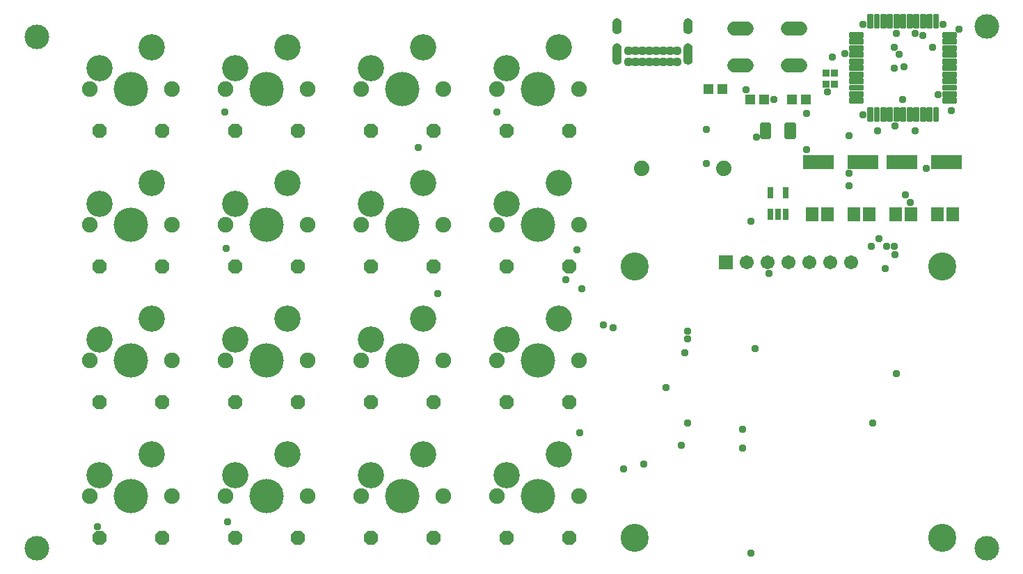
<source format=gbr>
G04 EAGLE Gerber RS-274X export*
G75*
%MOMM*%
%FSLAX34Y34*%
%LPD*%
%INSoldermask Top*%
%IPPOS*%
%AMOC8*
5,1,8,0,0,1.08239X$1,22.5*%
G01*
%ADD10C,3.003200*%
%ADD11R,1.303200X1.203200*%
%ADD12R,3.703200X1.803200*%
%ADD13R,1.711200X1.711200*%
%ADD14C,1.711200*%
%ADD15C,3.419200*%
%ADD16R,0.753200X1.403200*%
%ADD17C,1.111200*%
%ADD18R,1.503200X1.703200*%
%ADD19C,0.505150*%
%ADD20C,3.203200*%
%ADD21C,1.727200*%
%ADD22C,1.879600*%
%ADD23C,0.338938*%
%ADD24R,0.903200X0.953200*%
%ADD25P,2.655319X8X22.500000*%
%ADD26P,1.852186X8X22.500000*%
%ADD27C,4.191000*%
%ADD28C,1.903200*%
%ADD29C,0.959600*%

G36*
X732528Y613657D02*
X732528Y613657D01*
X732533Y613662D01*
X732537Y613659D01*
X733569Y613972D01*
X733573Y613977D01*
X733578Y613975D01*
X734529Y614483D01*
X734532Y614490D01*
X734537Y614489D01*
X735370Y615173D01*
X735372Y615180D01*
X735377Y615180D01*
X736061Y616013D01*
X736061Y616020D01*
X736067Y616021D01*
X736575Y616972D01*
X736574Y616979D01*
X736578Y616981D01*
X736804Y617724D01*
X736819Y617773D01*
X736891Y618013D01*
X736890Y618017D01*
X736892Y618019D01*
X736891Y618021D01*
X736893Y618022D01*
X736999Y619095D01*
X736997Y619098D01*
X736999Y619100D01*
X736999Y634100D01*
X736997Y634103D01*
X736999Y634105D01*
X736893Y635178D01*
X736888Y635183D01*
X736891Y635187D01*
X736578Y636219D01*
X736573Y636223D01*
X736575Y636228D01*
X736067Y637179D01*
X736060Y637182D01*
X736061Y637187D01*
X735377Y638020D01*
X735370Y638022D01*
X735370Y638027D01*
X734537Y638711D01*
X734530Y638711D01*
X734529Y638717D01*
X733578Y639225D01*
X733571Y639224D01*
X733569Y639228D01*
X732537Y639541D01*
X732531Y639539D01*
X732528Y639543D01*
X731455Y639649D01*
X731449Y639645D01*
X731445Y639649D01*
X730372Y639543D01*
X730367Y639538D01*
X730363Y639541D01*
X729331Y639228D01*
X729327Y639223D01*
X729322Y639225D01*
X728371Y638717D01*
X728368Y638710D01*
X728363Y638711D01*
X727530Y638027D01*
X727528Y638020D01*
X727523Y638020D01*
X726839Y637187D01*
X726839Y637180D01*
X726833Y637179D01*
X726325Y636228D01*
X726326Y636222D01*
X726322Y636219D01*
X726142Y635628D01*
X726127Y635579D01*
X726009Y635187D01*
X726009Y635186D01*
X726008Y635185D01*
X726011Y635181D01*
X726007Y635178D01*
X725901Y634105D01*
X725903Y634102D01*
X725901Y634100D01*
X725901Y619100D01*
X725903Y619097D01*
X725901Y619095D01*
X726007Y618022D01*
X726012Y618017D01*
X726009Y618013D01*
X726322Y616981D01*
X726327Y616977D01*
X726325Y616972D01*
X726833Y616021D01*
X726840Y616018D01*
X726839Y616013D01*
X727523Y615180D01*
X727530Y615178D01*
X727530Y615173D01*
X728363Y614489D01*
X728370Y614489D01*
X728371Y614483D01*
X729322Y613975D01*
X729329Y613976D01*
X729331Y613972D01*
X730363Y613659D01*
X730370Y613661D01*
X730372Y613657D01*
X731445Y613551D01*
X731451Y613555D01*
X731455Y613551D01*
X732528Y613657D01*
G37*
G36*
X819028Y613657D02*
X819028Y613657D01*
X819033Y613662D01*
X819037Y613659D01*
X820069Y613972D01*
X820073Y613977D01*
X820078Y613975D01*
X821029Y614483D01*
X821032Y614490D01*
X821037Y614489D01*
X821870Y615173D01*
X821872Y615180D01*
X821877Y615180D01*
X822561Y616013D01*
X822561Y616020D01*
X822567Y616021D01*
X823075Y616972D01*
X823074Y616979D01*
X823078Y616981D01*
X823304Y617724D01*
X823319Y617773D01*
X823391Y618013D01*
X823390Y618017D01*
X823392Y618019D01*
X823391Y618021D01*
X823393Y618022D01*
X823499Y619095D01*
X823497Y619098D01*
X823499Y619100D01*
X823499Y634100D01*
X823497Y634103D01*
X823499Y634105D01*
X823393Y635178D01*
X823388Y635183D01*
X823391Y635187D01*
X823078Y636219D01*
X823073Y636223D01*
X823075Y636228D01*
X822567Y637179D01*
X822560Y637182D01*
X822561Y637187D01*
X821877Y638020D01*
X821870Y638022D01*
X821870Y638027D01*
X821037Y638711D01*
X821030Y638711D01*
X821029Y638717D01*
X820078Y639225D01*
X820071Y639224D01*
X820069Y639228D01*
X819037Y639541D01*
X819031Y639539D01*
X819028Y639543D01*
X817955Y639649D01*
X817949Y639645D01*
X817945Y639649D01*
X816872Y639543D01*
X816867Y639538D01*
X816863Y639541D01*
X815831Y639228D01*
X815827Y639223D01*
X815822Y639225D01*
X814871Y638717D01*
X814868Y638710D01*
X814863Y638711D01*
X814030Y638027D01*
X814028Y638020D01*
X814023Y638020D01*
X813339Y637187D01*
X813339Y637180D01*
X813333Y637179D01*
X812825Y636228D01*
X812826Y636222D01*
X812822Y636219D01*
X812642Y635628D01*
X812627Y635579D01*
X812509Y635187D01*
X812509Y635186D01*
X812508Y635185D01*
X812511Y635181D01*
X812507Y635178D01*
X812401Y634105D01*
X812403Y634102D01*
X812401Y634100D01*
X812401Y619100D01*
X812403Y619097D01*
X812401Y619095D01*
X812507Y618022D01*
X812512Y618017D01*
X812509Y618013D01*
X812822Y616981D01*
X812827Y616977D01*
X812825Y616972D01*
X813333Y616021D01*
X813340Y616018D01*
X813339Y616013D01*
X814023Y615180D01*
X814030Y615178D01*
X814030Y615173D01*
X814863Y614489D01*
X814870Y614489D01*
X814871Y614483D01*
X815822Y613975D01*
X815829Y613976D01*
X815831Y613972D01*
X816863Y613659D01*
X816870Y613661D01*
X816872Y613657D01*
X817945Y613551D01*
X817951Y613555D01*
X817955Y613551D01*
X819028Y613657D01*
G37*
G36*
X732528Y650957D02*
X732528Y650957D01*
X732533Y650962D01*
X732537Y650959D01*
X733569Y651272D01*
X733573Y651277D01*
X733578Y651275D01*
X734529Y651783D01*
X734532Y651790D01*
X734537Y651789D01*
X735370Y652473D01*
X735372Y652480D01*
X735377Y652480D01*
X736061Y653313D01*
X736061Y653320D01*
X736067Y653321D01*
X736575Y654272D01*
X736574Y654279D01*
X736578Y654281D01*
X736804Y655024D01*
X736819Y655073D01*
X736891Y655313D01*
X736890Y655317D01*
X736892Y655319D01*
X736891Y655321D01*
X736893Y655322D01*
X736999Y656395D01*
X736997Y656398D01*
X736999Y656400D01*
X736999Y664400D01*
X736997Y664403D01*
X736999Y664405D01*
X736893Y665478D01*
X736888Y665483D01*
X736891Y665487D01*
X736578Y666519D01*
X736573Y666523D01*
X736575Y666528D01*
X736067Y667479D01*
X736060Y667482D01*
X736061Y667487D01*
X735377Y668320D01*
X735370Y668322D01*
X735370Y668327D01*
X734537Y669011D01*
X734530Y669011D01*
X734529Y669017D01*
X733578Y669525D01*
X733571Y669524D01*
X733569Y669528D01*
X732537Y669841D01*
X732531Y669839D01*
X732528Y669843D01*
X731455Y669949D01*
X731449Y669945D01*
X731445Y669949D01*
X730372Y669843D01*
X730367Y669838D01*
X730363Y669841D01*
X729331Y669528D01*
X729327Y669523D01*
X729322Y669525D01*
X728371Y669017D01*
X728368Y669010D01*
X728363Y669011D01*
X727530Y668327D01*
X727528Y668320D01*
X727523Y668320D01*
X726839Y667487D01*
X726839Y667480D01*
X726833Y667479D01*
X726325Y666528D01*
X726326Y666526D01*
X726325Y666526D01*
X726326Y666525D01*
X726326Y666521D01*
X726322Y666519D01*
X726114Y665836D01*
X726009Y665487D01*
X726011Y665481D01*
X726007Y665478D01*
X725901Y664405D01*
X725903Y664402D01*
X725901Y664400D01*
X725901Y656400D01*
X725903Y656397D01*
X725901Y656395D01*
X726007Y655322D01*
X726012Y655317D01*
X726009Y655313D01*
X726322Y654281D01*
X726327Y654277D01*
X726325Y654272D01*
X726833Y653321D01*
X726840Y653318D01*
X726839Y653313D01*
X727523Y652480D01*
X727530Y652478D01*
X727530Y652473D01*
X728363Y651789D01*
X728370Y651789D01*
X728371Y651783D01*
X729322Y651275D01*
X729329Y651276D01*
X729331Y651272D01*
X730363Y650959D01*
X730370Y650961D01*
X730372Y650957D01*
X731445Y650851D01*
X731451Y650855D01*
X731455Y650851D01*
X732528Y650957D01*
G37*
G36*
X819028Y650957D02*
X819028Y650957D01*
X819033Y650962D01*
X819037Y650959D01*
X820069Y651272D01*
X820073Y651277D01*
X820078Y651275D01*
X821029Y651783D01*
X821032Y651790D01*
X821037Y651789D01*
X821870Y652473D01*
X821872Y652480D01*
X821877Y652480D01*
X822561Y653313D01*
X822561Y653320D01*
X822567Y653321D01*
X823075Y654272D01*
X823074Y654279D01*
X823078Y654281D01*
X823304Y655024D01*
X823319Y655073D01*
X823391Y655313D01*
X823390Y655317D01*
X823392Y655319D01*
X823391Y655321D01*
X823393Y655322D01*
X823499Y656395D01*
X823497Y656398D01*
X823499Y656400D01*
X823499Y664400D01*
X823497Y664403D01*
X823499Y664405D01*
X823393Y665478D01*
X823388Y665483D01*
X823391Y665487D01*
X823078Y666519D01*
X823073Y666523D01*
X823075Y666528D01*
X822567Y667479D01*
X822560Y667482D01*
X822561Y667487D01*
X821877Y668320D01*
X821870Y668322D01*
X821870Y668327D01*
X821037Y669011D01*
X821030Y669011D01*
X821029Y669017D01*
X820078Y669525D01*
X820071Y669524D01*
X820069Y669528D01*
X819037Y669841D01*
X819031Y669839D01*
X819028Y669843D01*
X817955Y669949D01*
X817949Y669945D01*
X817945Y669949D01*
X816872Y669843D01*
X816867Y669838D01*
X816863Y669841D01*
X815831Y669528D01*
X815827Y669523D01*
X815822Y669525D01*
X814871Y669017D01*
X814868Y669010D01*
X814863Y669011D01*
X814030Y668327D01*
X814028Y668320D01*
X814023Y668320D01*
X813339Y667487D01*
X813339Y667480D01*
X813333Y667479D01*
X812825Y666528D01*
X812826Y666526D01*
X812825Y666526D01*
X812826Y666525D01*
X812826Y666521D01*
X812822Y666519D01*
X812614Y665836D01*
X812509Y665487D01*
X812511Y665481D01*
X812507Y665478D01*
X812401Y664405D01*
X812403Y664402D01*
X812401Y664400D01*
X812401Y656400D01*
X812403Y656397D01*
X812401Y656395D01*
X812507Y655322D01*
X812512Y655317D01*
X812509Y655313D01*
X812822Y654281D01*
X812827Y654277D01*
X812825Y654272D01*
X813333Y653321D01*
X813340Y653318D01*
X813339Y653313D01*
X814023Y652480D01*
X814030Y652478D01*
X814030Y652473D01*
X814863Y651789D01*
X814870Y651789D01*
X814871Y651783D01*
X815822Y651275D01*
X815829Y651276D01*
X815831Y651272D01*
X816863Y650959D01*
X816870Y650961D01*
X816872Y650957D01*
X817945Y650851D01*
X817951Y650855D01*
X817955Y650851D01*
X819028Y650957D01*
G37*
D10*
X25400Y647700D03*
X25400Y25400D03*
X1181100Y660400D03*
X1181100Y25400D03*
D11*
X893200Y571500D03*
X910200Y571500D03*
X842400Y584200D03*
X859400Y584200D03*
X944000Y571500D03*
X961000Y571500D03*
D12*
X1131900Y495300D03*
X1077900Y495300D03*
X976300Y495300D03*
X1030300Y495300D03*
D13*
X863600Y373200D03*
D14*
X889000Y373200D03*
X914400Y373200D03*
X939800Y373200D03*
X965200Y373200D03*
X990600Y373200D03*
X1016000Y373200D03*
D15*
X752800Y368200D03*
X1126800Y368200D03*
X752800Y38200D03*
X1126800Y38200D03*
D16*
X917600Y431499D03*
X927100Y431499D03*
X936600Y431499D03*
X936600Y457501D03*
X917600Y457501D03*
D17*
X804450Y616800D03*
X795950Y616800D03*
X787450Y616800D03*
X778950Y616800D03*
X770450Y616800D03*
X761950Y616800D03*
X753450Y616800D03*
X744950Y616800D03*
X744950Y630300D03*
X753450Y630300D03*
X761950Y630300D03*
X770450Y630300D03*
X778950Y630300D03*
X787450Y630300D03*
X795950Y630300D03*
X804450Y630300D03*
D18*
X1019200Y431800D03*
X1038200Y431800D03*
X968400Y431800D03*
X987400Y431800D03*
X1120800Y431800D03*
X1139800Y431800D03*
D19*
X916540Y525810D02*
X907560Y525810D01*
X907560Y540990D01*
X916540Y540990D01*
X916540Y525810D01*
X916540Y530609D02*
X907560Y530609D01*
X907560Y535408D02*
X916540Y535408D01*
X916540Y540207D02*
X907560Y540207D01*
X937660Y525810D02*
X946640Y525810D01*
X937660Y525810D02*
X937660Y540990D01*
X946640Y540990D01*
X946640Y525810D01*
X946640Y530609D02*
X937660Y530609D01*
X937660Y535408D02*
X946640Y535408D01*
X946640Y540207D02*
X937660Y540207D01*
D18*
X1070000Y431800D03*
X1089000Y431800D03*
D20*
X101600Y609600D03*
X165100Y635000D03*
X431800Y279400D03*
X495300Y304800D03*
X431800Y114300D03*
X495300Y139700D03*
X596900Y609600D03*
X660400Y635000D03*
X596900Y444500D03*
X660400Y469900D03*
X596900Y279400D03*
X660400Y304800D03*
X596900Y114300D03*
X660400Y139700D03*
D21*
X874268Y657606D02*
X889508Y657606D01*
X889508Y612394D02*
X874268Y612394D01*
X939292Y657606D02*
X954532Y657606D01*
X954532Y612394D02*
X939292Y612394D01*
D20*
X101600Y444500D03*
X165100Y469900D03*
X101600Y279400D03*
X165100Y304800D03*
X266700Y609600D03*
X330200Y635000D03*
X266700Y444500D03*
X330200Y469900D03*
X101600Y114300D03*
X165100Y139700D03*
X266700Y279400D03*
X330200Y304800D03*
X266700Y114300D03*
X330200Y139700D03*
X431800Y609600D03*
X495300Y635000D03*
X431800Y444500D03*
X495300Y469900D03*
D22*
X761530Y487680D03*
X861530Y487680D03*
D23*
X1041572Y545478D02*
X1041572Y560122D01*
X1041572Y545478D02*
X1037428Y545478D01*
X1037428Y560122D01*
X1041572Y560122D01*
X1041572Y548698D02*
X1037428Y548698D01*
X1037428Y551918D02*
X1041572Y551918D01*
X1041572Y555138D02*
X1037428Y555138D01*
X1037428Y558358D02*
X1041572Y558358D01*
X1049572Y560122D02*
X1049572Y545478D01*
X1045428Y545478D01*
X1045428Y560122D01*
X1049572Y560122D01*
X1049572Y548698D02*
X1045428Y548698D01*
X1045428Y551918D02*
X1049572Y551918D01*
X1049572Y555138D02*
X1045428Y555138D01*
X1045428Y558358D02*
X1049572Y558358D01*
X1057572Y560122D02*
X1057572Y545478D01*
X1053428Y545478D01*
X1053428Y560122D01*
X1057572Y560122D01*
X1057572Y548698D02*
X1053428Y548698D01*
X1053428Y551918D02*
X1057572Y551918D01*
X1057572Y555138D02*
X1053428Y555138D01*
X1053428Y558358D02*
X1057572Y558358D01*
X1065572Y560122D02*
X1065572Y545478D01*
X1061428Y545478D01*
X1061428Y560122D01*
X1065572Y560122D01*
X1065572Y548698D02*
X1061428Y548698D01*
X1061428Y551918D02*
X1065572Y551918D01*
X1065572Y555138D02*
X1061428Y555138D01*
X1061428Y558358D02*
X1065572Y558358D01*
X1073572Y560122D02*
X1073572Y545478D01*
X1069428Y545478D01*
X1069428Y560122D01*
X1073572Y560122D01*
X1073572Y548698D02*
X1069428Y548698D01*
X1069428Y551918D02*
X1073572Y551918D01*
X1073572Y555138D02*
X1069428Y555138D01*
X1069428Y558358D02*
X1073572Y558358D01*
X1081572Y560122D02*
X1081572Y545478D01*
X1077428Y545478D01*
X1077428Y560122D01*
X1081572Y560122D01*
X1081572Y548698D02*
X1077428Y548698D01*
X1077428Y551918D02*
X1081572Y551918D01*
X1081572Y555138D02*
X1077428Y555138D01*
X1077428Y558358D02*
X1081572Y558358D01*
X1089572Y560122D02*
X1089572Y545478D01*
X1085428Y545478D01*
X1085428Y560122D01*
X1089572Y560122D01*
X1089572Y548698D02*
X1085428Y548698D01*
X1085428Y551918D02*
X1089572Y551918D01*
X1089572Y555138D02*
X1085428Y555138D01*
X1085428Y558358D02*
X1089572Y558358D01*
X1097572Y560122D02*
X1097572Y545478D01*
X1093428Y545478D01*
X1093428Y560122D01*
X1097572Y560122D01*
X1097572Y548698D02*
X1093428Y548698D01*
X1093428Y551918D02*
X1097572Y551918D01*
X1097572Y555138D02*
X1093428Y555138D01*
X1093428Y558358D02*
X1097572Y558358D01*
X1105572Y560122D02*
X1105572Y545478D01*
X1101428Y545478D01*
X1101428Y560122D01*
X1105572Y560122D01*
X1105572Y548698D02*
X1101428Y548698D01*
X1101428Y551918D02*
X1105572Y551918D01*
X1105572Y555138D02*
X1101428Y555138D01*
X1101428Y558358D02*
X1105572Y558358D01*
X1113572Y560122D02*
X1113572Y545478D01*
X1109428Y545478D01*
X1109428Y560122D01*
X1113572Y560122D01*
X1113572Y548698D02*
X1109428Y548698D01*
X1109428Y551918D02*
X1113572Y551918D01*
X1113572Y555138D02*
X1109428Y555138D01*
X1109428Y558358D02*
X1113572Y558358D01*
X1121572Y560122D02*
X1121572Y545478D01*
X1117428Y545478D01*
X1117428Y560122D01*
X1121572Y560122D01*
X1121572Y548698D02*
X1117428Y548698D01*
X1117428Y551918D02*
X1121572Y551918D01*
X1121572Y555138D02*
X1117428Y555138D01*
X1117428Y558358D02*
X1121572Y558358D01*
X1121572Y659078D02*
X1121572Y673722D01*
X1121572Y659078D02*
X1117428Y659078D01*
X1117428Y673722D01*
X1121572Y673722D01*
X1121572Y662298D02*
X1117428Y662298D01*
X1117428Y665518D02*
X1121572Y665518D01*
X1121572Y668738D02*
X1117428Y668738D01*
X1117428Y671958D02*
X1121572Y671958D01*
X1113572Y673722D02*
X1113572Y659078D01*
X1109428Y659078D01*
X1109428Y673722D01*
X1113572Y673722D01*
X1113572Y662298D02*
X1109428Y662298D01*
X1109428Y665518D02*
X1113572Y665518D01*
X1113572Y668738D02*
X1109428Y668738D01*
X1109428Y671958D02*
X1113572Y671958D01*
X1105572Y673722D02*
X1105572Y659078D01*
X1101428Y659078D01*
X1101428Y673722D01*
X1105572Y673722D01*
X1105572Y662298D02*
X1101428Y662298D01*
X1101428Y665518D02*
X1105572Y665518D01*
X1105572Y668738D02*
X1101428Y668738D01*
X1101428Y671958D02*
X1105572Y671958D01*
X1097572Y673722D02*
X1097572Y659078D01*
X1093428Y659078D01*
X1093428Y673722D01*
X1097572Y673722D01*
X1097572Y662298D02*
X1093428Y662298D01*
X1093428Y665518D02*
X1097572Y665518D01*
X1097572Y668738D02*
X1093428Y668738D01*
X1093428Y671958D02*
X1097572Y671958D01*
X1089572Y673722D02*
X1089572Y659078D01*
X1085428Y659078D01*
X1085428Y673722D01*
X1089572Y673722D01*
X1089572Y662298D02*
X1085428Y662298D01*
X1085428Y665518D02*
X1089572Y665518D01*
X1089572Y668738D02*
X1085428Y668738D01*
X1085428Y671958D02*
X1089572Y671958D01*
X1081572Y673722D02*
X1081572Y659078D01*
X1077428Y659078D01*
X1077428Y673722D01*
X1081572Y673722D01*
X1081572Y662298D02*
X1077428Y662298D01*
X1077428Y665518D02*
X1081572Y665518D01*
X1081572Y668738D02*
X1077428Y668738D01*
X1077428Y671958D02*
X1081572Y671958D01*
X1073572Y673722D02*
X1073572Y659078D01*
X1069428Y659078D01*
X1069428Y673722D01*
X1073572Y673722D01*
X1073572Y662298D02*
X1069428Y662298D01*
X1069428Y665518D02*
X1073572Y665518D01*
X1073572Y668738D02*
X1069428Y668738D01*
X1069428Y671958D02*
X1073572Y671958D01*
X1065572Y673722D02*
X1065572Y659078D01*
X1061428Y659078D01*
X1061428Y673722D01*
X1065572Y673722D01*
X1065572Y662298D02*
X1061428Y662298D01*
X1061428Y665518D02*
X1065572Y665518D01*
X1065572Y668738D02*
X1061428Y668738D01*
X1061428Y671958D02*
X1065572Y671958D01*
X1057572Y673722D02*
X1057572Y659078D01*
X1053428Y659078D01*
X1053428Y673722D01*
X1057572Y673722D01*
X1057572Y662298D02*
X1053428Y662298D01*
X1053428Y665518D02*
X1057572Y665518D01*
X1057572Y668738D02*
X1053428Y668738D01*
X1053428Y671958D02*
X1057572Y671958D01*
X1049572Y673722D02*
X1049572Y659078D01*
X1045428Y659078D01*
X1045428Y673722D01*
X1049572Y673722D01*
X1049572Y662298D02*
X1045428Y662298D01*
X1045428Y665518D02*
X1049572Y665518D01*
X1049572Y668738D02*
X1045428Y668738D01*
X1045428Y671958D02*
X1049572Y671958D01*
X1041572Y673722D02*
X1041572Y659078D01*
X1037428Y659078D01*
X1037428Y673722D01*
X1041572Y673722D01*
X1041572Y662298D02*
X1037428Y662298D01*
X1037428Y665518D02*
X1041572Y665518D01*
X1041572Y668738D02*
X1037428Y668738D01*
X1037428Y671958D02*
X1041572Y671958D01*
X1030022Y647528D02*
X1015378Y647528D01*
X1015378Y651672D01*
X1030022Y651672D01*
X1030022Y647528D01*
X1030022Y650748D02*
X1015378Y650748D01*
X1015378Y639528D02*
X1030022Y639528D01*
X1015378Y639528D02*
X1015378Y643672D01*
X1030022Y643672D01*
X1030022Y639528D01*
X1030022Y642748D02*
X1015378Y642748D01*
X1015378Y631528D02*
X1030022Y631528D01*
X1015378Y631528D02*
X1015378Y635672D01*
X1030022Y635672D01*
X1030022Y631528D01*
X1030022Y634748D02*
X1015378Y634748D01*
X1015378Y623528D02*
X1030022Y623528D01*
X1015378Y623528D02*
X1015378Y627672D01*
X1030022Y627672D01*
X1030022Y623528D01*
X1030022Y626748D02*
X1015378Y626748D01*
X1015378Y615528D02*
X1030022Y615528D01*
X1015378Y615528D02*
X1015378Y619672D01*
X1030022Y619672D01*
X1030022Y615528D01*
X1030022Y618748D02*
X1015378Y618748D01*
X1015378Y607528D02*
X1030022Y607528D01*
X1015378Y607528D02*
X1015378Y611672D01*
X1030022Y611672D01*
X1030022Y607528D01*
X1030022Y610748D02*
X1015378Y610748D01*
X1015378Y599528D02*
X1030022Y599528D01*
X1015378Y599528D02*
X1015378Y603672D01*
X1030022Y603672D01*
X1030022Y599528D01*
X1030022Y602748D02*
X1015378Y602748D01*
X1015378Y591528D02*
X1030022Y591528D01*
X1015378Y591528D02*
X1015378Y595672D01*
X1030022Y595672D01*
X1030022Y591528D01*
X1030022Y594748D02*
X1015378Y594748D01*
X1015378Y583528D02*
X1030022Y583528D01*
X1015378Y583528D02*
X1015378Y587672D01*
X1030022Y587672D01*
X1030022Y583528D01*
X1030022Y586748D02*
X1015378Y586748D01*
X1015378Y575528D02*
X1030022Y575528D01*
X1015378Y575528D02*
X1015378Y579672D01*
X1030022Y579672D01*
X1030022Y575528D01*
X1030022Y578748D02*
X1015378Y578748D01*
X1015378Y567528D02*
X1030022Y567528D01*
X1015378Y567528D02*
X1015378Y571672D01*
X1030022Y571672D01*
X1030022Y567528D01*
X1030022Y570748D02*
X1015378Y570748D01*
X1128978Y567528D02*
X1143622Y567528D01*
X1128978Y567528D02*
X1128978Y571672D01*
X1143622Y571672D01*
X1143622Y567528D01*
X1143622Y570748D02*
X1128978Y570748D01*
X1128978Y575528D02*
X1143622Y575528D01*
X1128978Y575528D02*
X1128978Y579672D01*
X1143622Y579672D01*
X1143622Y575528D01*
X1143622Y578748D02*
X1128978Y578748D01*
X1128978Y583528D02*
X1143622Y583528D01*
X1128978Y583528D02*
X1128978Y587672D01*
X1143622Y587672D01*
X1143622Y583528D01*
X1143622Y586748D02*
X1128978Y586748D01*
X1128978Y591528D02*
X1143622Y591528D01*
X1128978Y591528D02*
X1128978Y595672D01*
X1143622Y595672D01*
X1143622Y591528D01*
X1143622Y594748D02*
X1128978Y594748D01*
X1128978Y599528D02*
X1143622Y599528D01*
X1128978Y599528D02*
X1128978Y603672D01*
X1143622Y603672D01*
X1143622Y599528D01*
X1143622Y602748D02*
X1128978Y602748D01*
X1128978Y607528D02*
X1143622Y607528D01*
X1128978Y607528D02*
X1128978Y611672D01*
X1143622Y611672D01*
X1143622Y607528D01*
X1143622Y610748D02*
X1128978Y610748D01*
X1128978Y615528D02*
X1143622Y615528D01*
X1128978Y615528D02*
X1128978Y619672D01*
X1143622Y619672D01*
X1143622Y615528D01*
X1143622Y618748D02*
X1128978Y618748D01*
X1128978Y623528D02*
X1143622Y623528D01*
X1128978Y623528D02*
X1128978Y627672D01*
X1143622Y627672D01*
X1143622Y623528D01*
X1143622Y626748D02*
X1128978Y626748D01*
X1128978Y631528D02*
X1143622Y631528D01*
X1128978Y631528D02*
X1128978Y635672D01*
X1143622Y635672D01*
X1143622Y631528D01*
X1143622Y634748D02*
X1128978Y634748D01*
X1128978Y639528D02*
X1143622Y639528D01*
X1128978Y639528D02*
X1128978Y643672D01*
X1143622Y643672D01*
X1143622Y639528D01*
X1143622Y642748D02*
X1128978Y642748D01*
X1128978Y647528D02*
X1143622Y647528D01*
X1128978Y647528D02*
X1128978Y651672D01*
X1143622Y651672D01*
X1143622Y647528D01*
X1143622Y650748D02*
X1128978Y650748D01*
D24*
X985600Y603650D03*
X985600Y590150D03*
X995600Y590150D03*
X995600Y603650D03*
D25*
X164800Y635000D03*
X101600Y609600D03*
D26*
X101600Y533400D03*
X177800Y533400D03*
D27*
X139700Y584200D03*
D28*
X189700Y584200D03*
X89700Y584200D03*
D25*
X164800Y469900D03*
X101600Y444500D03*
D26*
X101600Y368300D03*
X177800Y368300D03*
D27*
X139700Y419100D03*
D28*
X189700Y419100D03*
X89700Y419100D03*
D25*
X164800Y304800D03*
X101600Y279400D03*
D26*
X101600Y203200D03*
X177800Y203200D03*
D27*
X139700Y254000D03*
D28*
X189700Y254000D03*
X89700Y254000D03*
D25*
X164800Y139700D03*
X101600Y114300D03*
D26*
X101600Y38100D03*
X177800Y38100D03*
D27*
X139700Y88900D03*
D28*
X189700Y88900D03*
X89700Y88900D03*
D25*
X329900Y304800D03*
X266700Y279400D03*
D26*
X266700Y203200D03*
X342900Y203200D03*
D27*
X304800Y254000D03*
D28*
X354800Y254000D03*
X254800Y254000D03*
D25*
X495000Y304800D03*
X431800Y279400D03*
D26*
X431800Y203200D03*
X508000Y203200D03*
D27*
X469900Y254000D03*
D28*
X519900Y254000D03*
X419900Y254000D03*
D25*
X329900Y139700D03*
X266700Y114300D03*
D26*
X266700Y38100D03*
X342900Y38100D03*
D27*
X304800Y88900D03*
D28*
X354800Y88900D03*
X254800Y88900D03*
D25*
X495000Y139700D03*
X431800Y114300D03*
D26*
X431800Y38100D03*
X508000Y38100D03*
D27*
X469900Y88900D03*
D28*
X519900Y88900D03*
X419900Y88900D03*
D25*
X660100Y635000D03*
X596900Y609600D03*
D26*
X596900Y533400D03*
X673100Y533400D03*
D27*
X635000Y584200D03*
D28*
X685000Y584200D03*
X585000Y584200D03*
D25*
X660100Y304800D03*
X596900Y279400D03*
D26*
X596900Y203200D03*
X673100Y203200D03*
D27*
X635000Y254000D03*
D28*
X685000Y254000D03*
X585000Y254000D03*
D25*
X660100Y469900D03*
X596900Y444500D03*
D26*
X596900Y368300D03*
X673100Y368300D03*
D27*
X635000Y419100D03*
D28*
X685000Y419100D03*
X585000Y419100D03*
D25*
X660100Y139700D03*
X596900Y114300D03*
D26*
X596900Y38100D03*
X673100Y38100D03*
D27*
X635000Y88900D03*
D28*
X685000Y88900D03*
X585000Y88900D03*
D25*
X329900Y635000D03*
X266700Y609600D03*
D26*
X266700Y533400D03*
X342900Y533400D03*
D27*
X304800Y584200D03*
D28*
X354800Y584200D03*
X254800Y584200D03*
D25*
X495000Y635000D03*
X431800Y609600D03*
D26*
X431800Y533400D03*
X508000Y533400D03*
D27*
X469900Y584200D03*
D28*
X519900Y584200D03*
X419900Y584200D03*
D25*
X329900Y469900D03*
X266700Y444500D03*
D26*
X266700Y368300D03*
X342900Y368300D03*
D27*
X304800Y419100D03*
D28*
X354800Y419100D03*
X254800Y419100D03*
D25*
X495000Y469900D03*
X431800Y444500D03*
D26*
X431800Y368300D03*
X508000Y368300D03*
D27*
X469900Y419100D03*
D28*
X519900Y419100D03*
X419900Y419100D03*
D29*
X809244Y150368D03*
X816864Y177800D03*
X816864Y279908D03*
X1103376Y648716D03*
X1059180Y392684D03*
X1074420Y625856D03*
X1050036Y401828D03*
X1040892Y392684D03*
X682752Y388112D03*
X489204Y513080D03*
X726948Y293624D03*
X669036Y351536D03*
X790956Y220472D03*
X688848Y340868D03*
X763524Y127508D03*
X99060Y51308D03*
X739140Y121412D03*
X254508Y555752D03*
X685800Y165608D03*
X256032Y389636D03*
X714756Y296672D03*
X513588Y334772D03*
X816864Y289052D03*
X257556Y57404D03*
X1042416Y177800D03*
X813816Y263144D03*
X1071372Y237236D03*
X894588Y19304D03*
X915924Y359156D03*
X585216Y555752D03*
X1013460Y481076D03*
X1057656Y365252D03*
X1030224Y662432D03*
X1127760Y662432D03*
X961644Y554228D03*
X961644Y510032D03*
X1013460Y526796D03*
X1121664Y577088D03*
X1088136Y446024D03*
X1030224Y552704D03*
X1094232Y532892D03*
X993648Y622808D03*
X1082040Y455168D03*
X1048512Y532892D03*
X883920Y147320D03*
X883920Y170180D03*
X1094232Y651764D03*
X1068324Y392684D03*
X1071372Y651764D03*
X1068324Y609092D03*
X1115568Y635000D03*
X1080516Y610616D03*
X839724Y493268D03*
X839724Y534416D03*
X922020Y570992D03*
X894588Y423164D03*
X900684Y525272D03*
X1068324Y635000D03*
X1008888Y627380D03*
X1078992Y570992D03*
X987552Y580136D03*
X1069848Y538988D03*
X888492Y583184D03*
X1138428Y557276D03*
X1107948Y487172D03*
X1013460Y465836D03*
X1147572Y656336D03*
X1069848Y382016D03*
X899160Y267716D03*
M02*

</source>
